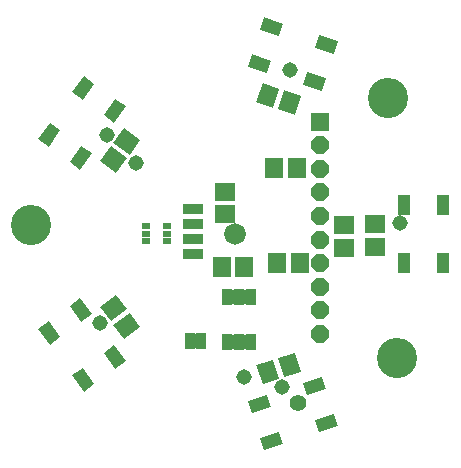
<source format=gbr>
G04 EAGLE Gerber RS-274X export*
G75*
%MOMM*%
%FSLAX34Y34*%
%LPD*%
%INSoldermask Top*%
%IPPOS*%
%AMOC8*
5,1,8,0,0,1.08239X$1,22.5*%
G01*
%ADD10C,3.403200*%
%ADD11R,1.703200X1.103200*%
%ADD12R,1.103200X1.703200*%
%ADD13R,1.703200X1.503200*%
%ADD14R,1.503200X1.703200*%
%ADD15R,1.803200X0.903200*%
%ADD16C,1.828800*%
%ADD17R,1.524000X1.524000*%
%ADD18P,1.649562X8X202.500000*%
%ADD19R,0.753200X0.503200*%
%ADD20R,0.838200X1.473200*%
%ADD21R,0.254000X1.270000*%
%ADD22R,0.381000X1.270000*%
%ADD23C,1.309600*%
%ADD24C,1.409600*%

G36*
X10885Y-55766D02*
X10885Y-55766D01*
X10951Y-55764D01*
X10995Y-55746D01*
X11041Y-55738D01*
X11098Y-55704D01*
X11159Y-55680D01*
X11194Y-55648D01*
X11234Y-55624D01*
X11276Y-55573D01*
X11324Y-55528D01*
X11346Y-55486D01*
X11376Y-55450D01*
X11397Y-55387D01*
X11427Y-55329D01*
X11435Y-55274D01*
X11448Y-55237D01*
X11446Y-55198D01*
X11455Y-55143D01*
X11455Y-52603D01*
X11443Y-52539D01*
X11441Y-52473D01*
X11423Y-52429D01*
X11415Y-52383D01*
X11381Y-52326D01*
X11357Y-52265D01*
X11325Y-52230D01*
X11301Y-52189D01*
X11250Y-52148D01*
X11205Y-52099D01*
X11163Y-52078D01*
X11127Y-52048D01*
X11064Y-52027D01*
X11006Y-51997D01*
X10951Y-51989D01*
X10914Y-51976D01*
X10875Y-51977D01*
X10820Y-51969D01*
X7010Y-51969D01*
X6946Y-51981D01*
X6880Y-51983D01*
X6836Y-52000D01*
X6790Y-52009D01*
X6733Y-52042D01*
X6672Y-52067D01*
X6637Y-52099D01*
X6596Y-52123D01*
X6555Y-52174D01*
X6506Y-52218D01*
X6485Y-52261D01*
X6455Y-52297D01*
X6434Y-52359D01*
X6404Y-52418D01*
X6396Y-52472D01*
X6383Y-52510D01*
X6383Y-52512D01*
X6383Y-52513D01*
X6384Y-52549D01*
X6376Y-52603D01*
X6376Y-55143D01*
X6388Y-55208D01*
X6390Y-55274D01*
X6407Y-55318D01*
X6416Y-55364D01*
X6449Y-55421D01*
X6474Y-55482D01*
X6506Y-55517D01*
X6530Y-55557D01*
X6581Y-55599D01*
X6625Y-55647D01*
X6667Y-55669D01*
X6704Y-55699D01*
X6766Y-55720D01*
X6825Y-55750D01*
X6879Y-55758D01*
X6917Y-55771D01*
X6956Y-55770D01*
X7010Y-55778D01*
X10820Y-55778D01*
X10885Y-55766D01*
G37*
G36*
X141Y-93409D02*
X141Y-93409D01*
X207Y-93407D01*
X250Y-93389D01*
X297Y-93381D01*
X354Y-93347D01*
X415Y-93323D01*
X450Y-93291D01*
X490Y-93267D01*
X532Y-93216D01*
X580Y-93171D01*
X602Y-93129D01*
X632Y-93092D01*
X653Y-93030D01*
X683Y-92972D01*
X691Y-92917D01*
X703Y-92880D01*
X702Y-92841D01*
X710Y-92786D01*
X710Y-90246D01*
X699Y-90181D01*
X697Y-90116D01*
X679Y-90072D01*
X671Y-90025D01*
X637Y-89969D01*
X613Y-89908D01*
X581Y-89873D01*
X557Y-89832D01*
X506Y-89791D01*
X461Y-89742D01*
X419Y-89721D01*
X382Y-89691D01*
X320Y-89670D01*
X262Y-89640D01*
X207Y-89632D01*
X170Y-89619D01*
X131Y-89620D01*
X76Y-89612D01*
X-3734Y-89612D01*
X-3799Y-89624D01*
X-3864Y-89626D01*
X-3908Y-89643D01*
X-3955Y-89652D01*
X-4011Y-89685D01*
X-4072Y-89710D01*
X-4107Y-89742D01*
X-4148Y-89766D01*
X-4189Y-89817D01*
X-4238Y-89861D01*
X-4259Y-89903D01*
X-4289Y-89940D01*
X-4310Y-90002D01*
X-4340Y-90061D01*
X-4349Y-90115D01*
X-4361Y-90153D01*
X-4361Y-90155D01*
X-4360Y-90192D01*
X-4368Y-90246D01*
X-4368Y-92786D01*
X-4356Y-92851D01*
X-4354Y-92917D01*
X-4337Y-92960D01*
X-4328Y-93007D01*
X-4295Y-93064D01*
X-4270Y-93125D01*
X-4238Y-93160D01*
X-4214Y-93200D01*
X-4163Y-93242D01*
X-4119Y-93290D01*
X-4077Y-93312D01*
X-4040Y-93342D01*
X-3978Y-93363D01*
X-3919Y-93393D01*
X-3865Y-93401D01*
X-3828Y-93414D01*
X-3788Y-93412D01*
X-3734Y-93420D01*
X76Y-93420D01*
X141Y-93409D01*
G37*
D10*
X137500Y-105000D03*
X-172500Y7500D03*
X130000Y115000D03*
D11*
G36*
X-128934Y-113434D02*
X-118923Y-127212D01*
X-127848Y-133696D01*
X-137859Y-119918D01*
X-128934Y-113434D01*
G37*
G36*
X-102236Y-94037D02*
X-92225Y-107815D01*
X-101150Y-114299D01*
X-111161Y-100521D01*
X-102236Y-94037D01*
G37*
G36*
X-157736Y-73793D02*
X-147725Y-87571D01*
X-156650Y-94055D01*
X-166661Y-80277D01*
X-157736Y-73793D01*
G37*
G36*
X-131038Y-54396D02*
X-121027Y-68174D01*
X-129952Y-74658D01*
X-139963Y-60880D01*
X-131038Y-54396D01*
G37*
G36*
X68040Y-157677D02*
X84237Y-152414D01*
X87646Y-162905D01*
X71449Y-168168D01*
X68040Y-157677D01*
G37*
G36*
X57842Y-126292D02*
X74039Y-121029D01*
X77448Y-131520D01*
X61251Y-136783D01*
X57842Y-126292D01*
G37*
G36*
X21438Y-172818D02*
X37635Y-167555D01*
X41044Y-178046D01*
X24847Y-183309D01*
X21438Y-172818D01*
G37*
G36*
X11240Y-141433D02*
X27437Y-136170D01*
X30846Y-146661D01*
X14649Y-151924D01*
X11240Y-141433D01*
G37*
D12*
X176500Y24500D03*
X143500Y24500D03*
X176500Y-24500D03*
X143500Y-24500D03*
D11*
G36*
X37635Y167555D02*
X21438Y172818D01*
X24847Y183309D01*
X41044Y178046D01*
X37635Y167555D01*
G37*
G36*
X27437Y136170D02*
X11240Y141433D01*
X14649Y151924D01*
X30846Y146661D01*
X27437Y136170D01*
G37*
G36*
X84237Y152414D02*
X68040Y157677D01*
X71449Y168168D01*
X87646Y162905D01*
X84237Y152414D01*
G37*
G36*
X74039Y121029D02*
X57842Y126292D01*
X61251Y136783D01*
X77448Y131520D01*
X74039Y121029D01*
G37*
G36*
X-147725Y87571D02*
X-157736Y73793D01*
X-166661Y80277D01*
X-156650Y94055D01*
X-147725Y87571D01*
G37*
G36*
X-121027Y68174D02*
X-131038Y54396D01*
X-139963Y60880D01*
X-129952Y74658D01*
X-121027Y68174D01*
G37*
G36*
X-118923Y127212D02*
X-128934Y113434D01*
X-137859Y119918D01*
X-127848Y133696D01*
X-118923Y127212D01*
G37*
G36*
X-92225Y107815D02*
X-102236Y94037D01*
X-111161Y100521D01*
X-101150Y114299D01*
X-92225Y107815D01*
G37*
D13*
X118760Y8230D03*
X118760Y-10770D03*
D14*
G36*
X41601Y121612D02*
X55896Y116967D01*
X50633Y100770D01*
X36338Y105415D01*
X41601Y121612D01*
G37*
G36*
X23531Y127484D02*
X37826Y122839D01*
X32563Y106642D01*
X18268Y111287D01*
X23531Y127484D01*
G37*
G36*
X-102805Y77146D02*
X-93969Y89306D01*
X-80191Y79294D01*
X-89027Y67134D01*
X-102805Y77146D01*
G37*
G36*
X-113973Y61774D02*
X-105137Y73934D01*
X-91359Y63922D01*
X-100195Y51762D01*
X-113973Y61774D01*
G37*
G36*
X-105137Y-73934D02*
X-113973Y-61774D01*
X-100195Y-51762D01*
X-91359Y-63922D01*
X-105137Y-73934D01*
G37*
G36*
X-93969Y-89306D02*
X-102805Y-77146D01*
X-89027Y-67134D01*
X-80191Y-79294D01*
X-93969Y-89306D01*
G37*
G36*
X37826Y-122839D02*
X23531Y-127484D01*
X18268Y-111287D01*
X32563Y-106642D01*
X37826Y-122839D01*
G37*
G36*
X55896Y-116967D02*
X41601Y-121612D01*
X36338Y-105415D01*
X50633Y-100770D01*
X55896Y-116967D01*
G37*
D15*
X-35255Y-16688D03*
X-35255Y-3988D03*
X-35255Y8712D03*
X-35255Y21412D03*
D14*
X33570Y55475D03*
X52570Y55475D03*
X-11078Y-28087D03*
X7922Y-28087D03*
D13*
X-8312Y16554D03*
X-8312Y35554D03*
X92519Y-11766D03*
X92519Y7234D03*
D14*
X54976Y-24620D03*
X35976Y-24620D03*
D16*
X-74Y-159D03*
D17*
X72390Y95080D03*
D18*
X72390Y75080D03*
X72390Y55080D03*
X72390Y35080D03*
X72390Y15080D03*
X72390Y-4920D03*
X72390Y-24920D03*
X72390Y-44920D03*
X72390Y-64920D03*
X72390Y-84920D03*
D19*
X-57290Y-6500D03*
X-57290Y0D03*
X-57290Y6500D03*
X-74790Y-6500D03*
X-74790Y0D03*
X-74790Y6500D03*
D20*
X13411Y-91516D03*
X3251Y-91516D03*
X-6909Y-91516D03*
D21*
X8331Y-91516D03*
X-1829Y-91516D03*
D20*
X-6325Y-53873D03*
X3835Y-53873D03*
X13995Y-53873D03*
D21*
X-1245Y-53873D03*
X8915Y-53873D03*
D20*
X-37846Y-90907D03*
X-28448Y-90907D03*
D22*
X-33147Y-90907D03*
D23*
X-108204Y84074D03*
X-83820Y60198D03*
X139700Y8890D03*
X40132Y-129794D03*
X8128Y-121158D03*
X-113792Y-75692D03*
X46736Y138938D03*
D24*
X53551Y-143197D03*
M02*

</source>
